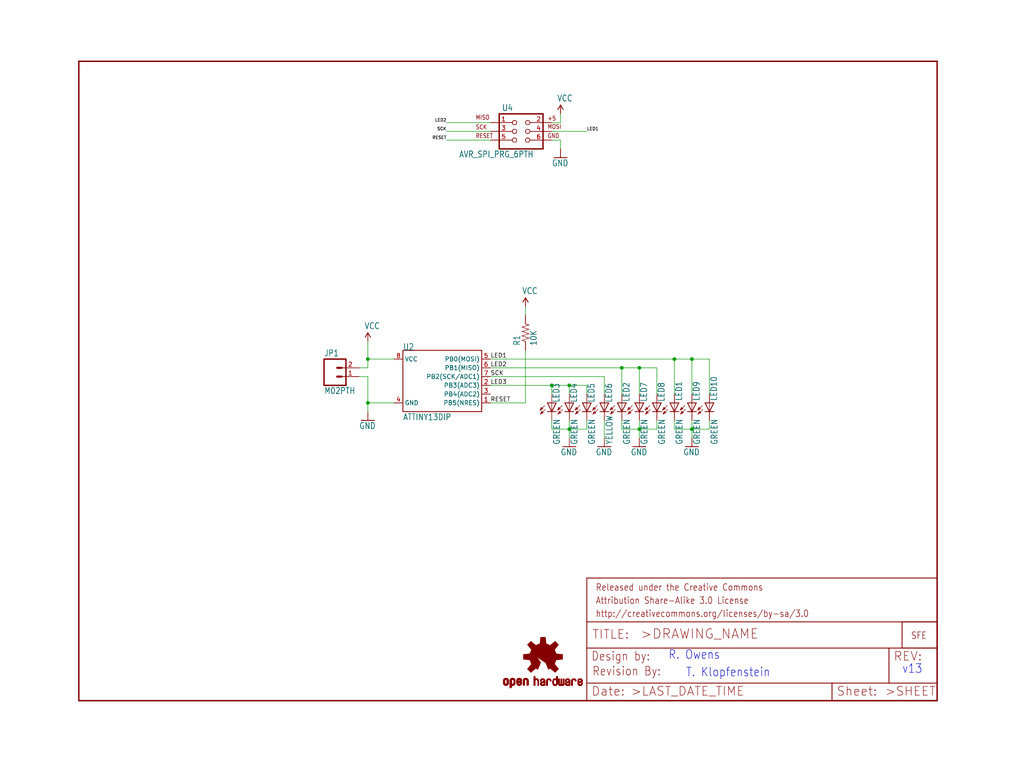
<source format=kicad_sch>
(kicad_sch (version 20211123) (generator eeschema)
  (paper "User" 297.002 223.926)
  (lib_symbols
    (symbol "eagleSchem-eagle-import:ATTINY13DIP"
      (property "Value" "ATTINY13DIP" (at -12.7 -10.16 0))
      (symbol "ATTINY13DIP_1_0"
        (pin bidirectional line (at 12.7 -5.08 180) (length 2.54) (name "PB5(NRES)") (number "1"))
        (pin bidirectional line (at 12.7 0 180) (length 2.54) (name "PB3(ADC3)") (number "2"))
        (pin bidirectional line (at 12.7 -2.54 180) (length 2.54) (name "PB4(ADC2)") (number "3"))
        (pin bidirectional line (at -15.24 -5.08 0) (length 2.54) (name "GND") (number "4"))
        (pin bidirectional line (at 12.7 7.62 180) (length 2.54) (name "PB0(MOSI)") (number "5"))
        (pin bidirectional line (at 12.7 5.08 180) (length 2.54) (name "PB1(MISO)") (number "6"))
        (pin bidirectional line (at 12.7 2.54 180) (length 2.54) (name "PB2(SCK/ADC1)") (number "7"))
        (pin bidirectional line (at -15.24 7.62 0) (length 2.54) (name "VCC") (number "8"))
      )
    )
    (symbol "eagleSchem-eagle-import:AVR_SPI_PRG_6PTH"
      (property "Reference" "J" (at -4.318 5.842 0))
      (property "Value" "AVR_SPI_PRG_6PTH" (at -4.064 -7.62 0))
      (symbol "AVR_SPI_PRG_6PTH_1_0"
        (text "+5" (at 8.89 3.048 0) (effects (font (size 1.27 1.0795)) (justify left bottom)))
        (text "GND" (at 8.89 -2.032 0) (effects (font (size 1.27 1.0795)) (justify left bottom)))
        (text "MISO" (at -11.938 3.302 0) (effects (font (size 1.27 1.0795)) (justify left bottom)))
        (text "MOSI" (at 8.89 0.635 0) (effects (font (size 1.27 1.0795)) (justify left bottom)))
        (text "RESET" (at -11.938 -2.032 0) (effects (font (size 1.27 1.0795)) (justify left bottom)))
        (text "SCK" (at -11.938 0.508 0) (effects (font (size 1.27 1.0795)) (justify left bottom)))
        (pin passive inverted (at -7.62 2.54 0) (length 7.62) (name "1") (number "1"))
        (pin passive inverted (at 10.16 2.54 180) (length 7.62) (name "2") (number "2"))
        (pin passive inverted (at -7.62 0 0) (length 7.62) (name "3") (number "3"))
        (pin passive inverted (at 10.16 0 180) (length 7.62) (name "4") (number "4"))
        (pin passive inverted (at -7.62 -2.54 0) (length 7.62) (name "5") (number "5"))
        (pin passive inverted (at 10.16 -2.54 180) (length 7.62) (name "6") (number "6"))
      )
    )
    (symbol "eagleSchem-eagle-import:FRAME-LETTER"
      (symbol "FRAME-LETTER_2_0"
        (text ">DRAWING_NAME" (at 15.494 17.78 0) (effects (font (size 2.7432 2.7432)) (justify left bottom)))
        (text ">LAST_DATE_TIME" (at 12.7 1.27 0) (effects (font (size 2.54 2.54)) (justify left bottom)))
        (text ">SHEET" (at 86.36 1.27 0) (effects (font (size 2.54 2.54)) (justify left bottom)))
        (text "Attribution Share-Alike 3.0 License" (at 2.54 27.94 0) (effects (font (size 1.9304 1.6408)) (justify left bottom)))
        (text "Date:" (at 1.27 1.27 0) (effects (font (size 2.54 2.54)) (justify left bottom)))
        (text "Design by:" (at 1.27 11.43 0) (effects (font (size 2.54 2.159)) (justify left bottom)))
        (text "http://creativecommons.org/licenses/by-sa/3.0" (at 2.54 24.13 0) (effects (font (size 1.9304 1.6408)) (justify left bottom)))
        (text "Released under the Creative Commons" (at 2.54 31.75 0) (effects (font (size 1.9304 1.6408)) (justify left bottom)))
        (text "REV:" (at 88.9 11.43 0) (effects (font (size 2.54 2.54)) (justify left bottom)))
        (text "Sheet:" (at 72.39 1.27 0) (effects (font (size 2.54 2.54)) (justify left bottom)))
        (text "TITLE:" (at 1.524 17.78 0) (effects (font (size 2.54 2.54)) (justify left bottom)))
      )
    )
    (symbol "eagleSchem-eagle-import:GND" (power)
      (property "Value" "GND" (at -2.54 -2.54 0))
      (symbol "GND_1_0"
        (pin power_in line (at 0 2.54 270) (length 2.54) (name "GND") (number "1"))
      )
    )
    (symbol "eagleSchem-eagle-import:LED3MM"
      (property "Reference" "LED" (at 3.556 -4.572 90))
      (property "Value" "LED3MM" (at 5.715 -4.572 90))
      (symbol "LED3MM_1_0"
        (pin passive line (at 0 2.54 270) (length 2.54) (name "A") (number "A"))
        (pin passive line (at 0 -5.08 90) (length 2.54) (name "C") (number "K"))
      )
    )
    (symbol "eagleSchem-eagle-import:LED5MM"
      (property "Reference" "LED" (at 3.556 -4.572 90))
      (property "Value" "LED5MM" (at 5.715 -4.572 90))
      (symbol "LED5MM_1_0"
        (pin passive line (at 0 2.54 270) (length 2.54) (name "A") (number "A"))
        (pin passive line (at 0 -5.08 90) (length 2.54) (name "C") (number "K"))
      )
    )
    (symbol "eagleSchem-eagle-import:LOGO-SFENEW"
      (symbol "LOGO-SFENEW_1_0"
        (text "SFE" (at 0 0 0) (effects (font (size 1.9304 1.6408)) (justify left bottom)))
      )
    )
    (symbol "eagleSchem-eagle-import:M02PTH"
      (property "Reference" "JP" (at -2.54 5.842 0))
      (property "Value" "M02PTH" (at -2.54 -5.08 0))
      (symbol "M02PTH_1_0"
        (pin passive line (at 7.62 0 180) (length 5.08) (name "1") (number "1"))
        (pin passive line (at 7.62 2.54 180) (length 5.08) (name "2") (number "2"))
      )
    )
    (symbol "eagleSchem-eagle-import:OSHW-LOGOL")
    (symbol "eagleSchem-eagle-import:RESISTORPTH1"
      (property "Reference" "R" (at -3.81 1.4986 0))
      (property "Value" "RESISTORPTH1" (at -3.81 -3.302 0))
      (symbol "RESISTORPTH1_1_0"
        (pin passive line (at -5.08 0 0) (length 2.54) (name "1") (number "P$1"))
        (pin passive line (at 5.08 0 180) (length 2.54) (name "2") (number "P$2"))
      )
    )
    (symbol "eagleSchem-eagle-import:REVISION"
      (symbol "REVISION_1_0"
        (text "Revision By: " (at 0 0 0) (effects (font (size 2.54 2.159)) (justify left bottom)))
      )
    )
    (symbol "eagleSchem-eagle-import:VCC" (power)
      (property "Value" "VCC" (at -1.016 3.556 0))
      (symbol "VCC_1_0"
        (pin power_in line (at 0 0 90) (length 2.54) (name "VCC") (number "1"))
      )
    )
  )
  (junction (at 195.58 104.14))
  (junction (at 165.1 124.46))
  (junction (at 200.66 124.46))
  (junction (at 165.1 111.76))
  (junction (at 185.42 106.68))
  (junction (at 185.42 124.46))
  (junction (at 106.68 116.84))
  (junction (at 180.34 106.68))
  (junction (at 106.68 104.14))
  (junction (at 160.02 111.76))
  (junction (at 200.66 104.14))
  (wire (pts (xy 185.42 121.92) (xy 185.42 124.46)))
  (wire (pts (xy 142.24 40.64) (xy 129.54 40.64)))
  (wire (pts (xy 142.24 104.14) (xy 195.58 104.14)))
  (wire (pts (xy 185.42 124.46) (xy 185.42 127)))
  (wire (pts (xy 162.56 40.64) (xy 162.56 43.18)))
  (wire (pts (xy 160.02 111.76) (xy 160.02 114.3)))
  (wire (pts (xy 170.18 121.92) (xy 170.18 124.46)))
  (wire (pts (xy 142.24 109.22) (xy 175.26 109.22)))
  (wire (pts (xy 106.68 109.22) (xy 106.68 116.84)))
  (wire (pts (xy 160.02 111.76) (xy 165.1 111.76)))
  (wire (pts (xy 165.1 111.76) (xy 170.18 111.76)))
  (wire (pts (xy 195.58 121.92) (xy 195.58 124.46)))
  (wire (pts (xy 106.68 116.84) (xy 106.68 119.38)))
  (wire (pts (xy 195.58 104.14) (xy 200.66 104.14)))
  (wire (pts (xy 205.74 124.46) (xy 200.66 124.46)))
  (wire (pts (xy 190.5 106.68) (xy 190.5 114.3)))
  (wire (pts (xy 104.14 106.68) (xy 106.68 106.68)))
  (wire (pts (xy 190.5 124.46) (xy 185.42 124.46)))
  (wire (pts (xy 180.34 124.46) (xy 185.42 124.46)))
  (wire (pts (xy 185.42 106.68) (xy 190.5 106.68)))
  (wire (pts (xy 106.68 106.68) (xy 106.68 104.14)))
  (wire (pts (xy 195.58 104.14) (xy 195.58 114.3)))
  (wire (pts (xy 160.02 35.56) (xy 162.56 35.56)))
  (wire (pts (xy 152.4 88.9) (xy 152.4 91.44)))
  (wire (pts (xy 195.58 124.46) (xy 200.66 124.46)))
  (wire (pts (xy 200.66 124.46) (xy 200.66 127)))
  (wire (pts (xy 160.02 124.46) (xy 165.1 124.46)))
  (wire (pts (xy 175.26 121.92) (xy 175.26 127)))
  (wire (pts (xy 152.4 101.6) (xy 152.4 116.84)))
  (wire (pts (xy 200.66 104.14) (xy 205.74 104.14)))
  (wire (pts (xy 180.34 121.92) (xy 180.34 124.46)))
  (wire (pts (xy 170.18 111.76) (xy 170.18 114.3)))
  (wire (pts (xy 104.14 109.22) (xy 106.68 109.22)))
  (wire (pts (xy 160.02 40.64) (xy 162.56 40.64)))
  (wire (pts (xy 162.56 35.56) (xy 162.56 33.02)))
  (wire (pts (xy 170.18 124.46) (xy 165.1 124.46)))
  (wire (pts (xy 205.74 104.14) (xy 205.74 114.3)))
  (wire (pts (xy 106.68 104.14) (xy 106.68 99.06)))
  (wire (pts (xy 180.34 106.68) (xy 180.34 114.3)))
  (wire (pts (xy 142.24 38.1) (xy 129.54 38.1)))
  (wire (pts (xy 200.66 121.92) (xy 200.66 124.46)))
  (wire (pts (xy 106.68 104.14) (xy 114.3 104.14)))
  (wire (pts (xy 200.66 104.14) (xy 200.66 114.3)))
  (wire (pts (xy 205.74 121.92) (xy 205.74 124.46)))
  (wire (pts (xy 142.24 116.84) (xy 152.4 116.84)))
  (wire (pts (xy 185.42 106.68) (xy 185.42 114.3)))
  (wire (pts (xy 165.1 124.46) (xy 165.1 127)))
  (wire (pts (xy 142.24 106.68) (xy 180.34 106.68)))
  (wire (pts (xy 165.1 121.92) (xy 165.1 124.46)))
  (wire (pts (xy 142.24 111.76) (xy 160.02 111.76)))
  (wire (pts (xy 175.26 109.22) (xy 175.26 114.3)))
  (wire (pts (xy 165.1 111.76) (xy 165.1 114.3)))
  (wire (pts (xy 160.02 38.1) (xy 170.18 38.1)))
  (wire (pts (xy 142.24 35.56) (xy 129.54 35.56)))
  (wire (pts (xy 190.5 121.92) (xy 190.5 124.46)))
  (wire (pts (xy 114.3 116.84) (xy 106.68 116.84)))
  (wire (pts (xy 180.34 106.68) (xy 185.42 106.68)))
  (wire (pts (xy 160.02 121.92) (xy 160.02 124.46)))
  (text "v13" (at 261.62 195.58 180) (effects (font (size 2.54 2.159)) (justify left bottom)))
  (text "R. Owens" (at 193.802 191.516 180) (effects (font (size 2.54 2.159)) (justify left bottom)))
  (text "T. Klopfenstein" (at 198.882 196.596 180) (effects (font (size 2.54 2.159)) (justify left bottom)))
  (label "LED3" (at 142.24 111.76 0) (effects (font (size 1.2446 1.2446))))
  (label "LED2" (at 142.24 106.68 0) (effects (font (size 1.2446 1.2446))))
  (label "LED1" (at 170.18 38.1 0) (effects (font (size 0.889 0.889))))
  (label "RESET" (at 129.54 40.64 180) (effects (font (size 0.889 0.889))))
  (label "LED2" (at 129.54 35.56 180) (effects (font (size 0.889 0.889))))
  (label "LED1" (at 142.24 104.14 0) (effects (font (size 1.2446 1.2446))))
  (label "SCK" (at 129.54 38.1 180) (effects (font (size 0.889 0.889))))
  (label "SCK" (at 142.24 109.22 0) (effects (font (size 1.2446 1.2446))))
  (label "RESET" (at 142.24 116.84 0) (effects (font (size 1.2446 1.2446))))
  (symbol (lib_id "eagleSchem-eagle-import:LED5MM") (at 190.5 116.84 0) (unit 1)
    (property "Reference" "LED8" (at 192.786 116.586 90) (effects (font (size 1.778 1.5113)) (justify left bottom)))
    (property "Value" "GREEN" (at 192.913 129.032 90) (effects (font (size 1.778 1.5113)) (justify left bottom)))
    (property "Footprint" "eagleSchem:LED5MM" (effects hide))
  )
  (symbol (lib_id "eagleSchem-eagle-import:LED5MM") (at 200.66 116.84 0) (unit 1)
    (property "Reference" "LED9" (at 202.946 116.332 90) (effects (font (size 1.778 1.5113)) (justify left bottom)))
    (property "Value" "GREEN" (at 203.073 129.032 90) (effects (font (size 1.778 1.5113)) (justify left bottom)))
    (property "Footprint" "eagleSchem:LED5MM" (effects hide))
  )
  (symbol (lib_id "eagleSchem-eagle-import:LED3MM") (at 175.26 116.84 0) (unit 1)
    (property "Reference" "LED6" (at 177.546 116.84 90) (effects (font (size 1.778 1.5113)) (justify left bottom)))
    (property "Value" "YELLOW" (at 177.673 129.032 90) (effects (font (size 1.778 1.5113)) (justify left bottom)))
    (property "Footprint" "eagleSchem:LED3MM" (effects hide))
  )
  (symbol (lib_id "eagleSchem-eagle-import:GND") (at 106.68 121.92 0) (unit 1)
    (property "Reference" "#GND1" (effects hide))
    (property "Value" "GND" (at 104.14 124.46 0) (effects (font (size 1.778 1.5113)) (justify left bottom)))
    (property "Footprint" "eagleSchem:" (effects hide))
  )
  (symbol (lib_id "eagleSchem-eagle-import:VCC") (at 106.68 99.06 0) (unit 1)
    (property "Reference" "#P+2" (effects hide))
    (property "Value" "VCC" (at 105.664 95.504 0) (effects (font (size 1.778 1.5113)) (justify left bottom)))
    (property "Footprint" "eagleSchem:" (effects hide))
  )
  (symbol (lib_id "eagleSchem-eagle-import:FRAME-LETTER") (at 170.18 203.2 0) (unit 2)
    (property "Reference" "FRAME1" (effects hide))
    (property "Value" "FRAME-LETTER" (effects hide))
    (property "Footprint" "eagleSchem:CREATIVE_COMMONS" (effects hide))
  )
  (symbol (lib_id "eagleSchem-eagle-import:AVR_SPI_PRG_6PTH") (at 149.86 38.1 0) (unit 1)
    (property "Reference" "U4" (at 145.542 32.258 0) (effects (font (size 1.778 1.5113)) (justify left bottom)))
    (property "Value" "AVR_SPI_PRG_6PTH" (at 133.096 45.72 0) (effects (font (size 1.778 1.5113)) (justify left bottom)))
    (property "Footprint" "eagleSchem:2X3" (effects hide))
  )
  (symbol (lib_id "eagleSchem-eagle-import:M02PTH") (at 96.52 109.22 0) (unit 1)
    (property "Reference" "JP1" (at 93.98 103.378 0) (effects (font (size 1.778 1.5113)) (justify left bottom)))
    (property "Value" "M02PTH" (at 93.98 114.3 0) (effects (font (size 1.778 1.5113)) (justify left bottom)))
    (property "Footprint" "eagleSchem:1X02" (effects hide))
  )
  (symbol (lib_id "eagleSchem-eagle-import:LED5MM") (at 160.02 116.84 0) (unit 1)
    (property "Reference" "LED3" (at 162.306 116.84 90) (effects (font (size 1.778 1.5113)) (justify left bottom)))
    (property "Value" "GREEN" (at 162.433 129.032 90) (effects (font (size 1.778 1.5113)) (justify left bottom)))
    (property "Footprint" "eagleSchem:LED5MM" (effects hide))
  )
  (symbol (lib_id "eagleSchem-eagle-import:ATTINY13DIP") (at 129.54 111.76 0) (unit 1)
    (property "Reference" "U2" (at 116.84 101.6 0) (effects (font (size 1.778 1.5113)) (justify left bottom)))
    (property "Value" "ATTINY13DIP" (at 116.84 121.92 0) (effects (font (size 1.778 1.5113)) (justify left bottom)))
    (property "Footprint" "eagleSchem:DIP08" (effects hide))
  )
  (symbol (lib_id "eagleSchem-eagle-import:FRAME-LETTER") (at 22.86 203.2 0) (unit 1)
    (property "Reference" "FRAME1" (effects hide))
    (property "Value" "FRAME-LETTER" (effects hide))
    (property "Footprint" "eagleSchem:CREATIVE_COMMONS" (effects hide))
  )
  (symbol (lib_id "eagleSchem-eagle-import:RESISTORPTH1") (at 152.4 96.52 90) (unit 1)
    (property "Reference" "R1" (at 150.9014 100.33 0) (effects (font (size 1.778 1.5113)) (justify left bottom)))
    (property "Value" "10K" (at 155.702 100.33 0) (effects (font (size 1.778 1.5113)) (justify left bottom)))
    (property "Footprint" "eagleSchem:AXIAL-0.3" (effects hide))
  )
  (symbol (lib_id "eagleSchem-eagle-import:GND") (at 162.56 45.72 0) (unit 1)
    (property "Reference" "#GND2" (effects hide))
    (property "Value" "GND" (at 160.02 48.26 0) (effects (font (size 1.778 1.5113)) (justify left bottom)))
    (property "Footprint" "eagleSchem:" (effects hide))
  )
  (symbol (lib_id "eagleSchem-eagle-import:GND") (at 185.42 129.54 0) (unit 1)
    (property "Reference" "#GND5" (effects hide))
    (property "Value" "GND" (at 182.88 132.08 0) (effects (font (size 1.778 1.5113)) (justify left bottom)))
    (property "Footprint" "eagleSchem:" (effects hide))
  )
  (symbol (lib_id "eagleSchem-eagle-import:GND") (at 165.1 129.54 0) (unit 1)
    (property "Reference" "#GND3" (effects hide))
    (property "Value" "GND" (at 162.56 132.08 0) (effects (font (size 1.778 1.5113)) (justify left bottom)))
    (property "Footprint" "eagleSchem:" (effects hide))
  )
  (symbol (lib_id "eagleSchem-eagle-import:LED5MM") (at 170.18 116.84 0) (unit 1)
    (property "Reference" "LED5" (at 172.466 116.84 90) (effects (font (size 1.778 1.5113)) (justify left bottom)))
    (property "Value" "GREEN" (at 172.593 129.032 90) (effects (font (size 1.778 1.5113)) (justify left bottom)))
    (property "Footprint" "eagleSchem:LED5MM" (effects hide))
  )
  (symbol (lib_id "eagleSchem-eagle-import:LED5MM") (at 195.58 116.84 0) (unit 1)
    (property "Reference" "LED1" (at 197.866 116.332 90) (effects (font (size 1.778 1.5113)) (justify left bottom)))
    (property "Value" "GREEN" (at 197.993 129.032 90) (effects (font (size 1.778 1.5113)) (justify left bottom)))
    (property "Footprint" "eagleSchem:LED5MM" (effects hide))
  )
  (symbol (lib_id "eagleSchem-eagle-import:LED5MM") (at 205.74 116.84 0) (unit 1)
    (property "Reference" "LED10" (at 208.026 116.332 90) (effects (font (size 1.778 1.5113)) (justify left bottom)))
    (property "Value" "GREEN" (at 208.153 129.032 90) (effects (font (size 1.778 1.5113)) (justify left bottom)))
    (property "Footprint" "eagleSchem:LED5MM" (effects hide))
  )
  (symbol (lib_id "eagleSchem-eagle-import:OSHW-LOGOL") (at 157.48 190.5 0) (unit 1)
    (property "Reference" "LOGO1" (effects hide))
    (property "Value" "OSHW-LOGOL" (effects hide))
    (property "Footprint" "eagleSchem:OSHW-LOGO-L" (effects hide))
  )
  (symbol (lib_id "eagleSchem-eagle-import:REVISION") (at 171.704 196.088 0) (unit 1)
    (property "Reference" "U$1" (effects hide))
    (property "Value" "REVISION" (effects hide))
    (property "Footprint" "eagleSchem:REVISION" (effects hide))
  )
  (symbol (lib_id "eagleSchem-eagle-import:LOGO-SFENEW") (at 264.16 185.42 0) (unit 1)
    (property "Reference" "JP2" (effects hide))
    (property "Value" "LOGO-SFENEW" (effects hide))
    (property "Footprint" "eagleSchem:SFE-NEW-WEBLOGO" (effects hide))
  )
  (symbol (lib_id "eagleSchem-eagle-import:LED5MM") (at 165.1 116.84 0) (unit 1)
    (property "Reference" "LED4" (at 167.386 116.84 90) (effects (font (size 1.778 1.5113)) (justify left bottom)))
    (property "Value" "GREEN" (at 167.513 129.032 90) (effects (font (size 1.778 1.5113)) (justify left bottom)))
    (property "Footprint" "eagleSchem:LED5MM" (effects hide))
  )
  (symbol (lib_id "eagleSchem-eagle-import:LED5MM") (at 180.34 116.84 0) (unit 1)
    (property "Reference" "LED2" (at 182.626 116.586 90) (effects (font (size 1.778 1.5113)) (justify left bottom)))
    (property "Value" "GREEN" (at 182.753 129.032 90) (effects (font (size 1.778 1.5113)) (justify left bottom)))
    (property "Footprint" "eagleSchem:LED5MM" (effects hide))
  )
  (symbol (lib_id "eagleSchem-eagle-import:GND") (at 200.66 129.54 0) (unit 1)
    (property "Reference" "#GND6" (effects hide))
    (property "Value" "GND" (at 198.12 132.08 0) (effects (font (size 1.778 1.5113)) (justify left bottom)))
    (property "Footprint" "eagleSchem:" (effects hide))
  )
  (symbol (lib_id "eagleSchem-eagle-import:VCC") (at 152.4 88.9 0) (unit 1)
    (property "Reference" "#P+4" (effects hide))
    (property "Value" "VCC" (at 151.384 85.344 0) (effects (font (size 1.778 1.5113)) (justify left bottom)))
    (property "Footprint" "eagleSchem:" (effects hide))
  )
  (symbol (lib_id "eagleSchem-eagle-import:GND") (at 175.26 129.54 0) (unit 1)
    (property "Reference" "#GND4" (effects hide))
    (property "Value" "GND" (at 172.72 132.08 0) (effects (font (size 1.778 1.5113)) (justify left bottom)))
    (property "Footprint" "eagleSchem:" (effects hide))
  )
  (symbol (lib_id "eagleSchem-eagle-import:LED5MM") (at 185.42 116.84 0) (unit 1)
    (property "Reference" "LED7" (at 187.706 116.586 90) (effects (font (size 1.778 1.5113)) (justify left bottom)))
    (property "Value" "GREEN" (at 187.833 129.032 90) (effects (font (size 1.778 1.5113)) (justify left bottom)))
    (property "Footprint" "eagleSchem:LED5MM" (effects hide))
  )
  (symbol (lib_id "eagleSchem-eagle-import:VCC") (at 162.56 33.02 0) (unit 1)
    (property "Reference" "#P+3" (effects hide))
    (property "Value" "VCC" (at 161.544 29.464 0) (effects (font (size 1.778 1.5113)) (justify left bottom)))
    (property "Footprint" "eagleSchem:" (effects hide))
  )
)
</source>
